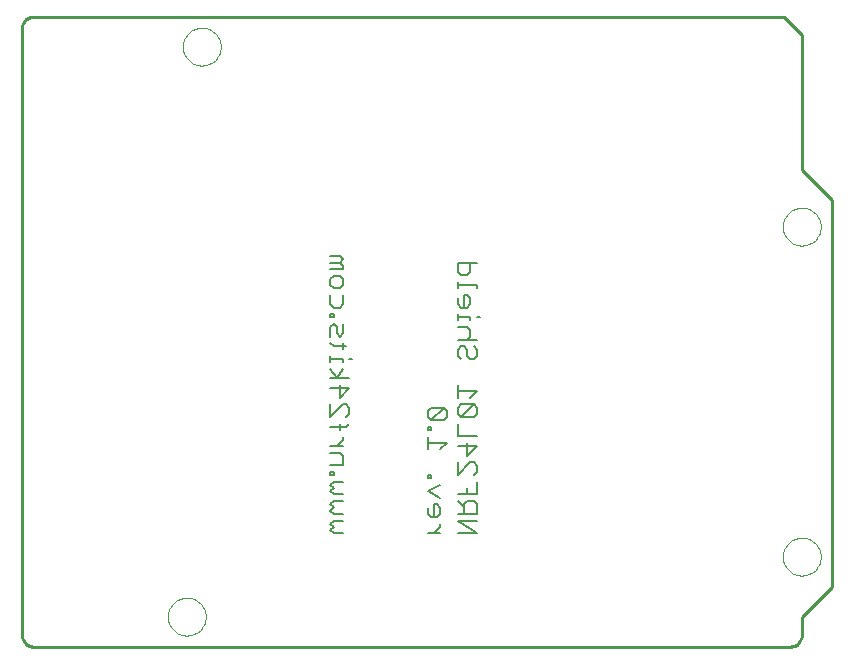
<source format=gbo>
G75*
G70*
%OFA0B0*%
%FSLAX24Y24*%
%IPPOS*%
%LPD*%
%AMOC8*
5,1,8,0,0,1.08239X$1,22.5*
%
%ADD10C,0.0100*%
%ADD11C,0.0000*%
%ADD12C,0.0070*%
D10*
X000584Y000580D02*
X025796Y000580D01*
X025835Y000582D01*
X025873Y000588D01*
X025910Y000597D01*
X025947Y000610D01*
X025982Y000627D01*
X026015Y000646D01*
X026046Y000669D01*
X026075Y000695D01*
X026101Y000724D01*
X026124Y000755D01*
X026143Y000788D01*
X026160Y000823D01*
X026173Y000860D01*
X026182Y000897D01*
X026188Y000935D01*
X026190Y000974D01*
X026190Y001580D01*
X027190Y002580D01*
X027190Y015480D01*
X026190Y016480D01*
X026190Y020980D01*
X025590Y021580D01*
X000584Y021580D01*
X000545Y021578D01*
X000507Y021572D01*
X000470Y021563D01*
X000433Y021550D01*
X000398Y021533D01*
X000365Y021514D01*
X000334Y021491D01*
X000305Y021465D01*
X000279Y021436D01*
X000256Y021405D01*
X000237Y021372D01*
X000220Y021337D01*
X000207Y021300D01*
X000198Y021263D01*
X000192Y021225D01*
X000190Y021186D01*
X000190Y000974D01*
X000192Y000935D01*
X000198Y000897D01*
X000207Y000860D01*
X000220Y000823D01*
X000237Y000788D01*
X000256Y000755D01*
X000279Y000724D01*
X000305Y000695D01*
X000334Y000669D01*
X000365Y000646D01*
X000398Y000627D01*
X000433Y000610D01*
X000470Y000597D01*
X000507Y000588D01*
X000545Y000582D01*
X000584Y000580D01*
D11*
X005060Y001580D02*
X005062Y001630D01*
X005068Y001680D01*
X005078Y001729D01*
X005092Y001777D01*
X005109Y001824D01*
X005130Y001869D01*
X005155Y001913D01*
X005183Y001954D01*
X005215Y001993D01*
X005249Y002030D01*
X005286Y002064D01*
X005326Y002094D01*
X005368Y002121D01*
X005412Y002145D01*
X005458Y002166D01*
X005505Y002182D01*
X005553Y002195D01*
X005603Y002204D01*
X005652Y002209D01*
X005703Y002210D01*
X005753Y002207D01*
X005802Y002200D01*
X005851Y002189D01*
X005899Y002174D01*
X005945Y002156D01*
X005990Y002134D01*
X006033Y002108D01*
X006074Y002079D01*
X006113Y002047D01*
X006149Y002012D01*
X006181Y001974D01*
X006211Y001934D01*
X006238Y001891D01*
X006261Y001847D01*
X006280Y001801D01*
X006296Y001753D01*
X006308Y001704D01*
X006316Y001655D01*
X006320Y001605D01*
X006320Y001555D01*
X006316Y001505D01*
X006308Y001456D01*
X006296Y001407D01*
X006280Y001359D01*
X006261Y001313D01*
X006238Y001269D01*
X006211Y001226D01*
X006181Y001186D01*
X006149Y001148D01*
X006113Y001113D01*
X006074Y001081D01*
X006033Y001052D01*
X005990Y001026D01*
X005945Y001004D01*
X005899Y000986D01*
X005851Y000971D01*
X005802Y000960D01*
X005753Y000953D01*
X005703Y000950D01*
X005652Y000951D01*
X005603Y000956D01*
X005553Y000965D01*
X005505Y000978D01*
X005458Y000994D01*
X005412Y001015D01*
X005368Y001039D01*
X005326Y001066D01*
X005286Y001096D01*
X005249Y001130D01*
X005215Y001167D01*
X005183Y001206D01*
X005155Y001247D01*
X005130Y001291D01*
X005109Y001336D01*
X005092Y001383D01*
X005078Y001431D01*
X005068Y001480D01*
X005062Y001530D01*
X005060Y001580D01*
X025560Y003580D02*
X025562Y003630D01*
X025568Y003680D01*
X025578Y003729D01*
X025592Y003777D01*
X025609Y003824D01*
X025630Y003869D01*
X025655Y003913D01*
X025683Y003954D01*
X025715Y003993D01*
X025749Y004030D01*
X025786Y004064D01*
X025826Y004094D01*
X025868Y004121D01*
X025912Y004145D01*
X025958Y004166D01*
X026005Y004182D01*
X026053Y004195D01*
X026103Y004204D01*
X026152Y004209D01*
X026203Y004210D01*
X026253Y004207D01*
X026302Y004200D01*
X026351Y004189D01*
X026399Y004174D01*
X026445Y004156D01*
X026490Y004134D01*
X026533Y004108D01*
X026574Y004079D01*
X026613Y004047D01*
X026649Y004012D01*
X026681Y003974D01*
X026711Y003934D01*
X026738Y003891D01*
X026761Y003847D01*
X026780Y003801D01*
X026796Y003753D01*
X026808Y003704D01*
X026816Y003655D01*
X026820Y003605D01*
X026820Y003555D01*
X026816Y003505D01*
X026808Y003456D01*
X026796Y003407D01*
X026780Y003359D01*
X026761Y003313D01*
X026738Y003269D01*
X026711Y003226D01*
X026681Y003186D01*
X026649Y003148D01*
X026613Y003113D01*
X026574Y003081D01*
X026533Y003052D01*
X026490Y003026D01*
X026445Y003004D01*
X026399Y002986D01*
X026351Y002971D01*
X026302Y002960D01*
X026253Y002953D01*
X026203Y002950D01*
X026152Y002951D01*
X026103Y002956D01*
X026053Y002965D01*
X026005Y002978D01*
X025958Y002994D01*
X025912Y003015D01*
X025868Y003039D01*
X025826Y003066D01*
X025786Y003096D01*
X025749Y003130D01*
X025715Y003167D01*
X025683Y003206D01*
X025655Y003247D01*
X025630Y003291D01*
X025609Y003336D01*
X025592Y003383D01*
X025578Y003431D01*
X025568Y003480D01*
X025562Y003530D01*
X025560Y003580D01*
X025560Y014580D02*
X025562Y014630D01*
X025568Y014680D01*
X025578Y014729D01*
X025592Y014777D01*
X025609Y014824D01*
X025630Y014869D01*
X025655Y014913D01*
X025683Y014954D01*
X025715Y014993D01*
X025749Y015030D01*
X025786Y015064D01*
X025826Y015094D01*
X025868Y015121D01*
X025912Y015145D01*
X025958Y015166D01*
X026005Y015182D01*
X026053Y015195D01*
X026103Y015204D01*
X026152Y015209D01*
X026203Y015210D01*
X026253Y015207D01*
X026302Y015200D01*
X026351Y015189D01*
X026399Y015174D01*
X026445Y015156D01*
X026490Y015134D01*
X026533Y015108D01*
X026574Y015079D01*
X026613Y015047D01*
X026649Y015012D01*
X026681Y014974D01*
X026711Y014934D01*
X026738Y014891D01*
X026761Y014847D01*
X026780Y014801D01*
X026796Y014753D01*
X026808Y014704D01*
X026816Y014655D01*
X026820Y014605D01*
X026820Y014555D01*
X026816Y014505D01*
X026808Y014456D01*
X026796Y014407D01*
X026780Y014359D01*
X026761Y014313D01*
X026738Y014269D01*
X026711Y014226D01*
X026681Y014186D01*
X026649Y014148D01*
X026613Y014113D01*
X026574Y014081D01*
X026533Y014052D01*
X026490Y014026D01*
X026445Y014004D01*
X026399Y013986D01*
X026351Y013971D01*
X026302Y013960D01*
X026253Y013953D01*
X026203Y013950D01*
X026152Y013951D01*
X026103Y013956D01*
X026053Y013965D01*
X026005Y013978D01*
X025958Y013994D01*
X025912Y014015D01*
X025868Y014039D01*
X025826Y014066D01*
X025786Y014096D01*
X025749Y014130D01*
X025715Y014167D01*
X025683Y014206D01*
X025655Y014247D01*
X025630Y014291D01*
X025609Y014336D01*
X025592Y014383D01*
X025578Y014431D01*
X025568Y014480D01*
X025562Y014530D01*
X025560Y014580D01*
X005560Y020580D02*
X005562Y020630D01*
X005568Y020680D01*
X005578Y020729D01*
X005592Y020777D01*
X005609Y020824D01*
X005630Y020869D01*
X005655Y020913D01*
X005683Y020954D01*
X005715Y020993D01*
X005749Y021030D01*
X005786Y021064D01*
X005826Y021094D01*
X005868Y021121D01*
X005912Y021145D01*
X005958Y021166D01*
X006005Y021182D01*
X006053Y021195D01*
X006103Y021204D01*
X006152Y021209D01*
X006203Y021210D01*
X006253Y021207D01*
X006302Y021200D01*
X006351Y021189D01*
X006399Y021174D01*
X006445Y021156D01*
X006490Y021134D01*
X006533Y021108D01*
X006574Y021079D01*
X006613Y021047D01*
X006649Y021012D01*
X006681Y020974D01*
X006711Y020934D01*
X006738Y020891D01*
X006761Y020847D01*
X006780Y020801D01*
X006796Y020753D01*
X006808Y020704D01*
X006816Y020655D01*
X006820Y020605D01*
X006820Y020555D01*
X006816Y020505D01*
X006808Y020456D01*
X006796Y020407D01*
X006780Y020359D01*
X006761Y020313D01*
X006738Y020269D01*
X006711Y020226D01*
X006681Y020186D01*
X006649Y020148D01*
X006613Y020113D01*
X006574Y020081D01*
X006533Y020052D01*
X006490Y020026D01*
X006445Y020004D01*
X006399Y019986D01*
X006351Y019971D01*
X006302Y019960D01*
X006253Y019953D01*
X006203Y019950D01*
X006152Y019951D01*
X006103Y019956D01*
X006053Y019965D01*
X006005Y019978D01*
X005958Y019994D01*
X005912Y020015D01*
X005868Y020039D01*
X005826Y020066D01*
X005786Y020096D01*
X005749Y020130D01*
X005715Y020167D01*
X005683Y020206D01*
X005655Y020247D01*
X005630Y020291D01*
X005609Y020336D01*
X005592Y020383D01*
X005578Y020431D01*
X005568Y020480D01*
X005562Y020530D01*
X005560Y020580D01*
D12*
X010475Y013594D02*
X010790Y013594D01*
X010895Y013489D01*
X010790Y013384D01*
X010475Y013384D01*
X010475Y013174D02*
X010895Y013174D01*
X010895Y013279D01*
X010790Y013384D01*
X010790Y012950D02*
X010895Y012845D01*
X010895Y012634D01*
X010790Y012529D01*
X010580Y012529D01*
X010475Y012634D01*
X010475Y012845D01*
X010580Y012950D01*
X010790Y012950D01*
X010895Y012305D02*
X010895Y011990D01*
X010790Y011885D01*
X010580Y011885D01*
X010475Y011990D01*
X010475Y012305D01*
X010475Y011668D02*
X010475Y011562D01*
X010580Y011562D01*
X010580Y011668D01*
X010475Y011668D01*
X010580Y011338D02*
X010685Y011233D01*
X010685Y011023D01*
X010790Y010918D01*
X010895Y011023D01*
X010895Y011338D01*
X010580Y011338D02*
X010475Y011233D01*
X010475Y010918D01*
X010475Y010698D02*
X010580Y010593D01*
X011000Y010593D01*
X010895Y010488D02*
X010895Y010698D01*
X010475Y010269D02*
X010475Y010059D01*
X010475Y010164D02*
X010895Y010164D01*
X010895Y010059D01*
X010895Y009837D02*
X010685Y009521D01*
X010475Y009837D01*
X011106Y010164D02*
X011211Y010164D01*
X011106Y009521D02*
X010475Y009521D01*
X010475Y009192D02*
X011106Y009192D01*
X010790Y008877D01*
X010790Y009297D01*
X010895Y008653D02*
X011000Y008653D01*
X011106Y008548D01*
X011106Y008337D01*
X011000Y008232D01*
X011106Y008013D02*
X011000Y007908D01*
X010475Y007908D01*
X010475Y008232D02*
X010895Y008653D01*
X010475Y008653D02*
X010475Y008232D01*
X010790Y008013D02*
X010790Y007803D01*
X010895Y007581D02*
X010895Y007476D01*
X010685Y007265D01*
X010475Y007265D02*
X010895Y007265D01*
X010790Y007041D02*
X010475Y007041D01*
X010790Y007041D02*
X010895Y006936D01*
X010895Y006621D01*
X010475Y006621D01*
X010475Y006404D02*
X010475Y006299D01*
X010580Y006299D01*
X010580Y006404D01*
X010475Y006404D01*
X010580Y006074D02*
X010895Y006074D01*
X010580Y006074D02*
X010475Y005969D01*
X010580Y005864D01*
X010475Y005759D01*
X010580Y005654D01*
X010895Y005654D01*
X010895Y005430D02*
X010580Y005430D01*
X010475Y005325D01*
X010580Y005220D01*
X010475Y005115D01*
X010580Y005010D01*
X010895Y005010D01*
X010895Y004785D02*
X010580Y004785D01*
X010475Y004680D01*
X010580Y004575D01*
X010475Y004470D01*
X010580Y004365D01*
X010895Y004365D01*
X013725Y004365D02*
X014145Y004365D01*
X013935Y004365D02*
X014145Y004575D01*
X014145Y004680D01*
X014040Y004902D02*
X013830Y004902D01*
X013725Y005007D01*
X013725Y005217D01*
X013935Y005322D02*
X013935Y004902D01*
X014040Y004902D02*
X014145Y005007D01*
X014145Y005217D01*
X014040Y005322D01*
X013935Y005322D01*
X014145Y005547D02*
X013725Y005757D01*
X014145Y005967D01*
X013830Y006191D02*
X013830Y006296D01*
X013725Y006296D01*
X013725Y006191D01*
X013830Y006191D01*
X014725Y006299D02*
X014725Y006719D01*
X015040Y006943D02*
X015040Y007364D01*
X014725Y007258D02*
X015356Y007258D01*
X015040Y006943D01*
X015145Y006719D02*
X015250Y006719D01*
X015356Y006614D01*
X015356Y006404D01*
X015250Y006299D01*
X015356Y006074D02*
X015356Y005654D01*
X014725Y005654D01*
X015040Y005654D02*
X015040Y005864D01*
X015040Y005430D02*
X014935Y005325D01*
X014935Y005010D01*
X014935Y005220D02*
X014725Y005430D01*
X015040Y005430D02*
X015250Y005430D01*
X015356Y005325D01*
X015356Y005010D01*
X014725Y005010D01*
X014725Y004785D02*
X015356Y004785D01*
X015356Y004365D02*
X014725Y004365D01*
X014725Y004785D02*
X015356Y004365D01*
X014725Y006299D02*
X015145Y006719D01*
X014356Y007368D02*
X013725Y007368D01*
X013725Y007158D02*
X013725Y007578D01*
X013725Y007803D02*
X013725Y007908D01*
X013830Y007908D01*
X013830Y007803D01*
X013725Y007803D01*
X013830Y008125D02*
X014250Y008545D01*
X013830Y008545D01*
X013725Y008440D01*
X013725Y008230D01*
X013830Y008125D01*
X014250Y008125D01*
X014356Y008230D01*
X014356Y008440D01*
X014250Y008545D01*
X014725Y008548D02*
X014725Y008337D01*
X014830Y008232D01*
X015250Y008653D01*
X014830Y008653D01*
X014725Y008548D01*
X014725Y008877D02*
X014725Y009297D01*
X014725Y009087D02*
X015356Y009087D01*
X015145Y008877D01*
X015250Y008653D02*
X015356Y008548D01*
X015356Y008337D01*
X015250Y008232D01*
X014830Y008232D01*
X014725Y008008D02*
X014725Y007588D01*
X015356Y007588D01*
X014356Y007368D02*
X014145Y007158D01*
X014830Y010166D02*
X014725Y010271D01*
X014725Y010481D01*
X014830Y010586D01*
X014935Y010586D01*
X015040Y010481D01*
X015040Y010271D01*
X015145Y010166D01*
X015250Y010166D01*
X015356Y010271D01*
X015356Y010481D01*
X015250Y010586D01*
X015356Y010810D02*
X014725Y010810D01*
X015040Y010810D02*
X015145Y010916D01*
X015145Y011126D01*
X015040Y011231D01*
X014725Y011231D01*
X014725Y011455D02*
X014725Y011665D01*
X014725Y011560D02*
X015145Y011560D01*
X015145Y011455D01*
X015356Y011560D02*
X015461Y011560D01*
X015040Y011885D02*
X015145Y011990D01*
X015145Y012200D01*
X015040Y012305D01*
X014935Y012305D01*
X014935Y011885D01*
X014830Y011885D02*
X015040Y011885D01*
X014830Y011885D02*
X014725Y011990D01*
X014725Y012200D01*
X014725Y012529D02*
X014725Y012739D01*
X014725Y012634D02*
X015356Y012634D01*
X015356Y012529D01*
X015040Y012959D02*
X015145Y013064D01*
X015145Y013379D01*
X015356Y013379D02*
X014725Y013379D01*
X014725Y013064D01*
X014830Y012959D01*
X015040Y012959D01*
M02*

</source>
